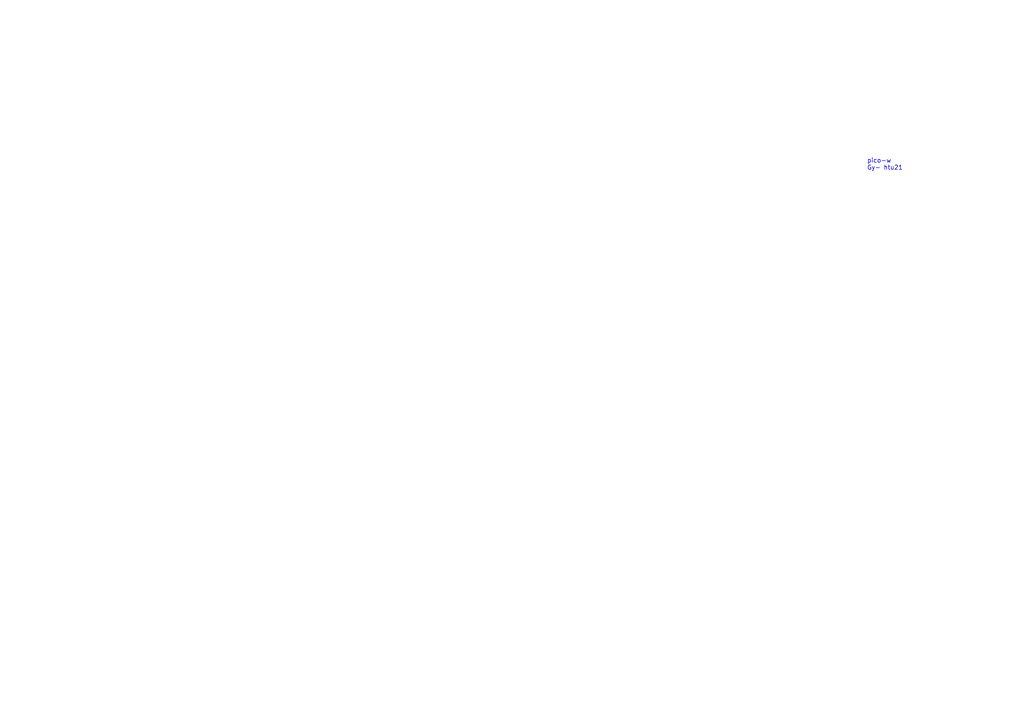
<source format=kicad_sch>
(kicad_sch (version 20211123) (generator eeschema)
  (paper "A4")
  (lib_symbols)
  (text "pico-w\nGy- htu21" (at 251.46 49.53 0) (effects (font (size 1.27 1.27)) (justify left bottom)))
)
</source>
